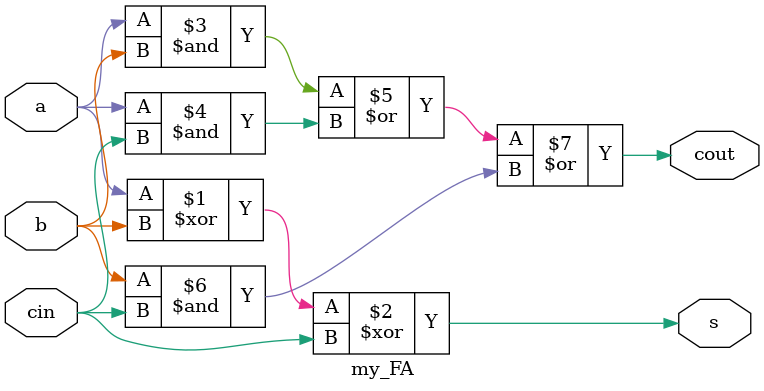
<source format=v>
module my_FA(
	input a, b, cin,
	output s, cout
);

assign s = a ^ b ^ cin;
assign cout = (a & b) | (a & cin) | (b & cin);

endmodule
</source>
